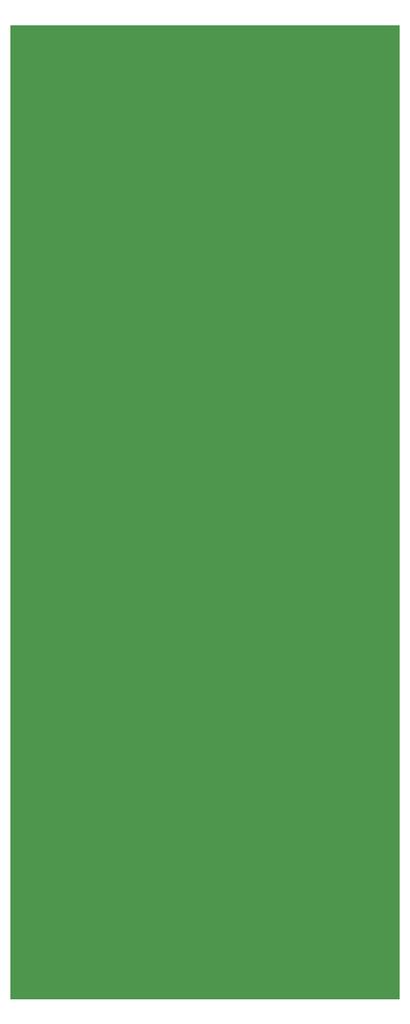
<source format=gbr>
G04 DipTrace 2.4.0.2*
%INBoard.gbr*%
%MOIN*%
%ADD11C,0.0055*%
%FSLAX44Y44*%
G04*
G70*
G90*
G75*
G01*
%LNBoardPoly*%
%LPD*%
G36*
X3940Y3940D2*
D11*
X23940D1*
Y53940D1*
X3940D1*
Y3940D1*
G37*
M02*

</source>
